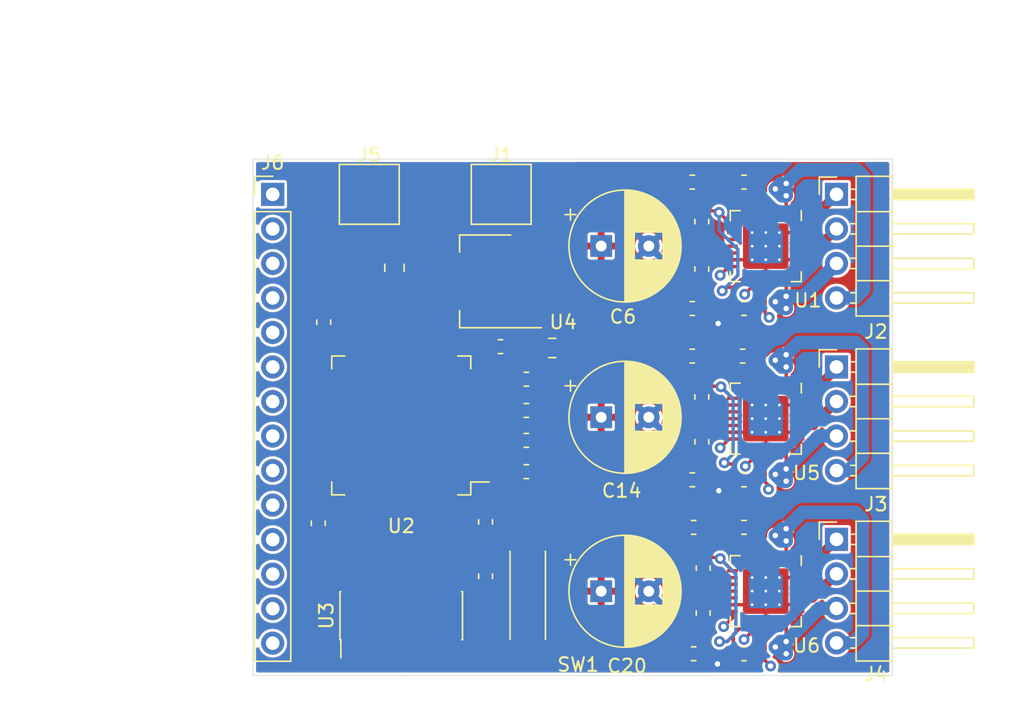
<source format=kicad_pcb>
(kicad_pcb (version 20171130) (host pcbnew "(5.1.5)-3")
  (layers (0 F.Cu signal) (31 B.Cu signal) (34 B.Paste user) (35 F.Paste user) (36 B.SilkS user) (37 F.SilkS user) (38 B.Mask user) (39 F.Mask user) (44 Edge.Cuts user))
  (net 0 "")
  (net 1 GND)
  (net 2 "Net-(C1-Pad1)")
  (net 3 "Net-(C2-Pad2)")
  (net 4 "Net-(C2-Pad1)")
  (net 5 VCC)
  (net 6 "Net-(C3-Pad1)")
  (net 7 "Net-(C8-Pad1)")
  (net 8 "Net-(C9-Pad2)")
  (net 9 "Net-(C9-Pad1)")
  (net 10 +3V3)
  (net 11 "Net-(C11-Pad1)")
  (net 12 "Net-(C15-Pad1)")
  (net 13 "Net-(C16-Pad2)")
  (net 14 "Net-(C16-Pad1)")
  (net 15 "Net-(C17-Pad1)")
  (net 16 NRST)
  (net 17 "Net-(J2-Pad4)")
  (net 18 "Net-(J2-Pad3)")
  (net 19 "Net-(J2-Pad2)")
  (net 20 "Net-(J2-Pad1)")
  (net 21 "Net-(J3-Pad4)")
  (net 22 "Net-(J3-Pad3)")
  (net 23 "Net-(J3-Pad2)")
  (net 24 "Net-(J3-Pad1)")
  (net 25 "Net-(J4-Pad4)")
  (net 26 "Net-(J4-Pad3)")
  (net 27 "Net-(J4-Pad2)")
  (net 28 "Net-(J4-Pad1)")
  (net 29 PB9)
  (net 30 PB8)
  (net 31 PA11)
  (net 32 PA10)
  (net 33 PA9)
  (net 34 PA8)
  (net 35 PA7)
  (net 36 PA6)
  (net 37 PA5)
  (net 38 PA4)
  (net 39 PA3)
  (net 40 PA2)
  (net 41 PA1)
  (net 42 PA0)
  (net 43 "Net-(R1-Pad1)")
  (net 44 "Net-(R2-Pad1)")
  (net 45 "Net-(R3-Pad1)")
  (net 46 "Net-(U1-Pad25)")
  (net 47 "Net-(U1-Pad20)")
  (net 48 M1_DIR)
  (net 49 M1_STEP)
  (net 50 Mx_UART)
  (net 51 "Net-(U1-Pad12)")
  (net 52 "Net-(U1-Pad11)")
  (net 53 "Net-(U1-Pad10)")
  (net 54 "Net-(U1-Pad9)")
  (net 55 "Net-(U1-Pad7)")
  (net 56 "Net-(U1-Pad2)")
  (net 57 T_VCP_RX)
  (net 58 T_VCP_TX)
  (net 59 M3_DIR)
  (net 60 M3_STEP)
  (net 61 M2_DIR)
  (net 62 "Net-(U2-Pad54)")
  (net 63 "Net-(U2-Pad53)")
  (net 64 "Net-(U2-Pad52)")
  (net 65 "Net-(U2-Pad51)")
  (net 66 "Net-(U2-Pad50)")
  (net 67 SWCLK)
  (net 68 SWDIO)
  (net 69 "Net-(U2-Pad45)")
  (net 70 "Net-(U2-Pad40)")
  (net 71 "Net-(U2-Pad39)")
  (net 72 "Net-(U2-Pad38)")
  (net 73 "Net-(U2-Pad37)")
  (net 74 "Net-(U2-Pad36)")
  (net 75 "Net-(U2-Pad35)")
  (net 76 "Net-(U2-Pad34)")
  (net 77 "Net-(U2-Pad33)")
  (net 78 "Net-(U2-Pad30)")
  (net 79 M2_STEP)
  (net 80 "Net-(U2-Pad25)")
  (net 81 "Net-(U2-Pad24)")
  (net 82 "Net-(U2-Pad11)")
  (net 83 "Net-(U2-Pad10)")
  (net 84 "Net-(U2-Pad9)")
  (net 85 "Net-(U2-Pad8)")
  (net 86 "Net-(U2-Pad6)")
  (net 87 "Net-(U2-Pad5)")
  (net 88 "Net-(U2-Pad4)")
  (net 89 "Net-(U2-Pad3)")
  (net 90 "Net-(U2-Pad2)")
  (net 91 "Net-(U2-Pad1)")
  (net 92 "Net-(U3-Pad10)")
  (net 93 "Net-(U3-Pad9)")
  (net 94 "Net-(U3-Pad8)")
  (net 95 "Net-(U3-Pad2)")
  (net 96 "Net-(U3-Pad1)")
  (net 97 "Net-(U5-Pad25)")
  (net 98 "Net-(U5-Pad20)")
  (net 99 "Net-(U5-Pad12)")
  (net 100 "Net-(U5-Pad11)")
  (net 101 "Net-(U5-Pad10)")
  (net 102 "Net-(U5-Pad9)")
  (net 103 "Net-(U5-Pad7)")
  (net 104 "Net-(U5-Pad2)")
  (net 105 "Net-(U6-Pad25)")
  (net 106 "Net-(U6-Pad20)")
  (net 107 "Net-(U6-Pad12)")
  (net 108 "Net-(U6-Pad11)")
  (net 109 "Net-(U6-Pad10)")
  (net 110 "Net-(U6-Pad9)")
  (net 111 "Net-(U6-Pad7)")
  (net 112 "Net-(U6-Pad2)")
  (module Capacitor_THT:CP_Radial_D8.0mm_P3.50mm (layer F.Cu) (at 94.4 129)
    (fp_text reference C20 (at 1.9 5.5) (layer F.SilkS))
    (fp_text value "100 uF")
    (pad 2 thru_hole circle (at 3.5 0) (size 1.6 1.6) (drill 0.8) (layers *.Cu *.Mask) (net 1 GND))
    (pad 1 thru_hole rect (at 0 0) (size 1.6 1.6) (drill 0.8) (layers *.Cu *.Mask) (net 5 VCC))
  )
  (module Package_DFN_QFN:QFN-28-1EP_5x5mm_P0.5mm_EP3.35x3.35mm_ThermalVias (layer F.Cu) (at 106.5 128.99 270)
    (fp_text reference U6 (at 4.01 -3 180) (layer F.SilkS))
    (fp_text value TMC2208)
    (pad 28 smd roundrect (at -1.5 -2.45 270) (size 0.25 0.8) (layers F.Cu F.Paste F.Mask) (net 5 VCC))
    (pad 27 smd roundrect (at -1 -2.45 270) (size 0.25 0.8) (layers F.Cu F.Paste F.Mask) (net 1 GND))
    (pad 26 smd roundrect (at -0.5 -2.45 270) (size 0.25 0.8) (layers F.Cu F.Paste F.Mask) (net 28 "Net-(J4-Pad1)"))
    (pad 25 smd roundrect (at 0 -2.45 270) (size 0.25 0.8) (layers F.Cu F.Paste F.Mask) (net 105 "Net-(U6-Pad25)"))
    (pad 24 smd roundrect (at 0.5 -2.45 270) (size 0.25 0.8) (layers F.Cu F.Paste F.Mask) (net 27 "Net-(J4-Pad2)"))
    (pad 23 smd roundrect (at 1 -2.45 270) (size 0.25 0.8) (layers F.Cu F.Paste F.Mask) (net 1 GND))
    (pad 22 smd roundrect (at 1.5 -2.45 270) (size 0.25 0.8) (layers F.Cu F.Paste F.Mask) (net 5 VCC))
    (pad 21 smd roundrect (at 2.45 -1.5 270) (size 0.8 0.25) (layers F.Cu F.Paste F.Mask) (net 26 "Net-(J4-Pad3)"))
    (pad 20 smd roundrect (at 2.45 -1 270) (size 0.8 0.25) (layers F.Cu F.Paste F.Mask) (net 106 "Net-(U6-Pad20)"))
    (pad 19 smd roundrect (at 2.45 -0.5 270) (size 0.8 0.25) (layers F.Cu F.Paste F.Mask) (net 59 M3_DIR))
    (pad 18 smd roundrect (at 2.45 0 270) (size 0.8 0.25) (layers F.Cu F.Paste F.Mask) (net 1 GND))
    (pad 17 smd roundrect (at 2.45 0.5 270) (size 0.8 0.25) (layers F.Cu F.Paste F.Mask) (net 45 "Net-(R3-Pad1)"))
    (pad 16 smd roundrect (at 2.45 1 270) (size 0.8 0.25) (layers F.Cu F.Paste F.Mask) (net 60 M3_STEP))
    (pad 15 smd roundrect (at 2.45 1.5 270) (size 0.8 0.25) (layers F.Cu F.Paste F.Mask) (net 12 "Net-(C15-Pad1)"))
    (pad 14 smd roundrect (at 1.5 2.45 270) (size 0.25 0.8) (layers F.Cu F.Paste F.Mask) (net 50 Mx_UART))
    (pad 13 smd roundrect (at 1 2.45 270) (size 0.25 0.8) (layers F.Cu F.Paste F.Mask) (net 1 GND))
    (pad 12 smd roundrect (at 0.5 2.45 270) (size 0.25 0.8) (layers F.Cu F.Paste F.Mask) (net 107 "Net-(U6-Pad12)"))
    (pad 11 smd roundrect (at 0 2.45 270) (size 0.25 0.8) (layers F.Cu F.Paste F.Mask) (net 108 "Net-(U6-Pad11)"))
    (pad 10 smd roundrect (at -0.5 2.45 270) (size 0.25 0.8) (layers F.Cu F.Paste F.Mask) (net 109 "Net-(U6-Pad10)"))
    (pad 9 smd roundrect (at -1 2.45 270) (size 0.25 0.8) (layers F.Cu F.Paste F.Mask) (net 110 "Net-(U6-Pad9)"))
    (pad 8 smd roundrect (at -1.5 2.45 270) (size 0.25 0.8) (layers F.Cu F.Paste F.Mask) (net 12 "Net-(C15-Pad1)"))
    (pad 7 smd roundrect (at -2.45 1.5 270) (size 0.8 0.25) (layers F.Cu F.Paste F.Mask) (net 111 "Net-(U6-Pad7)"))
    (pad 6 smd roundrect (at -2.45 1 270) (size 0.8 0.25) (layers F.Cu F.Paste F.Mask) (net 15 "Net-(C17-Pad1)"))
    (pad 5 smd roundrect (at -2.45 0.5 270) (size 0.8 0.25) (layers F.Cu F.Paste F.Mask) (net 13 "Net-(C16-Pad2)"))
    (pad 4 smd roundrect (at -2.45 0 270) (size 0.8 0.25) (layers F.Cu F.Paste F.Mask) (net 14 "Net-(C16-Pad1)"))
    (pad 3 smd roundrect (at -2.45 -0.5 270) (size 0.8 0.25) (layers F.Cu F.Paste F.Mask) (net 1 GND))
    (pad 2 smd roundrect (at -2.45 -1 270) (size 0.8 0.25) (layers F.Cu F.Paste F.Mask) (net 112 "Net-(U6-Pad2)"))
    (pad 1 smd roundrect (at -2.45 -1.5 270) (size 0.8 0.25) (layers F.Cu F.Paste F.Mask) (net 25 "Net-(J4-Pad4)"))
    (pad 29 smd roundrect (at 0 0 270) (size 2.5 2.5) (layers B.Cu) (roundrect_rratio 0.1) (net 1 GND))
    (pad 29 thru_hole circle (at 1 1 270) (size 0.5 0.5) (drill 0.2) (layers *.Cu) (net 1 GND))
    (pad 29 thru_hole circle (at 0 1 270) (size 0.5 0.5) (drill 0.2) (layers *.Cu) (net 1 GND))
    (pad 29 thru_hole circle (at -1 1 270) (size 0.5 0.5) (drill 0.2) (layers *.Cu) (net 1 GND))
    (pad 29 thru_hole circle (at 1 0 270) (size 0.5 0.5) (drill 0.2) (layers *.Cu) (net 1 GND))
    (pad 29 thru_hole circle (at 0 0 270) (size 0.5 0.5) (drill 0.2) (layers *.Cu) (net 1 GND))
    (pad 29 thru_hole circle (at -1 0 270) (size 0.5 0.5) (drill 0.2) (layers *.Cu) (net 1 GND))
    (pad 29 thru_hole circle (at 1 -1 270) (size 0.5 0.5) (drill 0.2) (layers *.Cu) (net 1 GND))
    (pad 29 thru_hole circle (at 0 -1 270) (size 0.5 0.5) (drill 0.2) (layers *.Cu) (net 1 GND))
    (pad 29 thru_hole circle (at -1 -1 270) (size 0.5 0.5) (drill 0.2) (layers *.Cu) (net 1 GND))
    (pad 29 smd roundrect (at 0 0 270) (size 3.35 3.35) (layers F.Cu F.Mask) (roundrect_rratio 0.074627) (net 1 GND))
  )
  (module Package_DFN_QFN:QFN-28-1EP_5x5mm_P0.5mm_EP3.35x3.35mm_ThermalVias (layer F.Cu) (at 106.5 116.3 270)
    (fp_text reference U5 (at 4 -3 180) (layer F.SilkS))
    (fp_text value TMC2208)
    (pad 28 smd roundrect (at -1.5 -2.45 270) (size 0.25 0.8) (layers F.Cu F.Paste F.Mask) (net 5 VCC))
    (pad 27 smd roundrect (at -1 -2.45 270) (size 0.25 0.8) (layers F.Cu F.Paste F.Mask) (net 1 GND))
    (pad 26 smd roundrect (at -0.5 -2.45 270) (size 0.25 0.8) (layers F.Cu F.Paste F.Mask) (net 24 "Net-(J3-Pad1)"))
    (pad 25 smd roundrect (at 0 -2.45 270) (size 0.25 0.8) (layers F.Cu F.Paste F.Mask) (net 97 "Net-(U5-Pad25)"))
    (pad 24 smd roundrect (at 0.5 -2.45 270) (size 0.25 0.8) (layers F.Cu F.Paste F.Mask) (net 23 "Net-(J3-Pad2)"))
    (pad 23 smd roundrect (at 1 -2.45 270) (size 0.25 0.8) (layers F.Cu F.Paste F.Mask) (net 1 GND))
    (pad 22 smd roundrect (at 1.5 -2.45 270) (size 0.25 0.8) (layers F.Cu F.Paste F.Mask) (net 5 VCC))
    (pad 21 smd roundrect (at 2.45 -1.5 270) (size 0.8 0.25) (layers F.Cu F.Paste F.Mask) (net 22 "Net-(J3-Pad3)"))
    (pad 20 smd roundrect (at 2.45 -1 270) (size 0.8 0.25) (layers F.Cu F.Paste F.Mask) (net 98 "Net-(U5-Pad20)"))
    (pad 19 smd roundrect (at 2.45 -0.5 270) (size 0.8 0.25) (layers F.Cu F.Paste F.Mask) (net 61 M2_DIR))
    (pad 18 smd roundrect (at 2.45 0 270) (size 0.8 0.25) (layers F.Cu F.Paste F.Mask) (net 1 GND))
    (pad 17 smd roundrect (at 2.45 0.5 270) (size 0.8 0.25) (layers F.Cu F.Paste F.Mask) (net 44 "Net-(R2-Pad1)"))
    (pad 16 smd roundrect (at 2.45 1 270) (size 0.8 0.25) (layers F.Cu F.Paste F.Mask) (net 79 M2_STEP))
    (pad 15 smd roundrect (at 2.45 1.5 270) (size 0.8 0.25) (layers F.Cu F.Paste F.Mask) (net 7 "Net-(C8-Pad1)"))
    (pad 14 smd roundrect (at 1.5 2.45 270) (size 0.25 0.8) (layers F.Cu F.Paste F.Mask) (net 50 Mx_UART))
    (pad 13 smd roundrect (at 1 2.45 270) (size 0.25 0.8) (layers F.Cu F.Paste F.Mask) (net 1 GND))
    (pad 12 smd roundrect (at 0.5 2.45 270) (size 0.25 0.8) (layers F.Cu F.Paste F.Mask) (net 99 "Net-(U5-Pad12)"))
    (pad 11 smd roundrect (at 0 2.45 270) (size 0.25 0.8) (layers F.Cu F.Paste F.Mask) (net 100 "Net-(U5-Pad11)"))
    (pad 10 smd roundrect (at -0.5 2.45 270) (size 0.25 0.8) (layers F.Cu F.Paste F.Mask) (net 101 "Net-(U5-Pad10)"))
    (pad 9 smd roundrect (at -1 2.45 270) (size 0.25 0.8) (layers F.Cu F.Paste F.Mask) (net 102 "Net-(U5-Pad9)"))
    (pad 8 smd roundrect (at -1.5 2.45 270) (size 0.25 0.8) (layers F.Cu F.Paste F.Mask) (net 7 "Net-(C8-Pad1)"))
    (pad 7 smd roundrect (at -2.45 1.5 270) (size 0.8 0.25) (layers F.Cu F.Paste F.Mask) (net 103 "Net-(U5-Pad7)"))
    (pad 6 smd roundrect (at -2.45 1 270) (size 0.8 0.25) (layers F.Cu F.Paste F.Mask) (net 11 "Net-(C11-Pad1)"))
    (pad 5 smd roundrect (at -2.45 0.5 270) (size 0.8 0.25) (layers F.Cu F.Paste F.Mask) (net 8 "Net-(C9-Pad2)"))
    (pad 4 smd roundrect (at -2.45 0 270) (size 0.8 0.25) (layers F.Cu F.Paste F.Mask) (net 9 "Net-(C9-Pad1)"))
    (pad 3 smd roundrect (at -2.45 -0.5 270) (size 0.8 0.25) (layers F.Cu F.Paste F.Mask) (net 1 GND))
    (pad 2 smd roundrect (at -2.45 -1 270) (size 0.8 0.25) (layers F.Cu F.Paste F.Mask) (net 104 "Net-(U5-Pad2)"))
    (pad 1 smd roundrect (at -2.45 -1.5 270) (size 0.8 0.25) (layers F.Cu F.Paste F.Mask) (net 21 "Net-(J3-Pad4)"))
    (pad 29 smd roundrect (at 0 0 270) (size 2.5 2.5) (layers B.Cu) (roundrect_rratio 0.1) (net 1 GND))
    (pad 29 thru_hole circle (at 1 1 270) (size 0.5 0.5) (drill 0.2) (layers *.Cu) (net 1 GND))
    (pad 29 thru_hole circle (at 0 1 270) (size 0.5 0.5) (drill 0.2) (layers *.Cu) (net 1 GND))
    (pad 29 thru_hole circle (at -1 1 270) (size 0.5 0.5) (drill 0.2) (layers *.Cu) (net 1 GND))
    (pad 29 thru_hole circle (at 1 0 270) (size 0.5 0.5) (drill 0.2) (layers *.Cu) (net 1 GND))
    (pad 29 thru_hole circle (at 0 0 270) (size 0.5 0.5) (drill 0.2) (layers *.Cu) (net 1 GND))
    (pad 29 thru_hole circle (at -1 0 270) (size 0.5 0.5) (drill 0.2) (layers *.Cu) (net 1 GND))
    (pad 29 thru_hole circle (at 1 -1 270) (size 0.5 0.5) (drill 0.2) (layers *.Cu) (net 1 GND))
    (pad 29 thru_hole circle (at 0 -1 270) (size 0.5 0.5) (drill 0.2) (layers *.Cu) (net 1 GND))
    (pad 29 thru_hole circle (at -1 -1 270) (size 0.5 0.5) (drill 0.2) (layers *.Cu) (net 1 GND))
    (pad 29 smd roundrect (at 0 0 270) (size 3.35 3.35) (layers F.Cu F.Mask) (roundrect_rratio 0.074627) (net 1 GND))
  )
  (module Package_TO_SOT_SMD:SOT-223-3_TabPin2 (layer F.Cu) (at 85.9 106.2 180)
    (fp_text reference U4 (at -5.7 -3) (layer F.SilkS))
    (fp_text value AMS1117-3.3)
    (pad 1 smd rect (at -3.15 -2.3 180) (size 2 1.5) (layers F.Cu F.Paste F.Mask) (net 1 GND))
    (pad 3 smd rect (at -3.15 2.3 180) (size 2 1.5) (layers F.Cu F.Paste F.Mask) (net 5 VCC))
    (pad 2 smd rect (at -3.15 0 180) (size 2 1.5) (layers F.Cu F.Paste F.Mask) (net 10 +3V3))
    (pad 2 smd rect (at 3.15 0 180) (size 2 3.8) (layers F.Cu F.Paste F.Mask) (net 10 +3V3))
  )
  (module Connector_PinHeader_1.27mm:PinHeader_2x07_P1.27mm_Vertical_SMD (layer F.Cu) (at 79.7 130.8 90)
    (fp_text reference U3 (at 0 -5.505 90) (layer F.SilkS))
    (fp_text value STLINK-V3MINI)
    (pad 14 smd rect (at 1.95 3.81 90) (size 2.4 0.74) (layers F.Cu F.Paste F.Mask) (net 58 T_VCP_TX))
    (pad 13 smd rect (at -1.95 3.81 90) (size 2.4 0.74) (layers F.Cu F.Paste F.Mask) (net 57 T_VCP_RX))
    (pad 12 smd rect (at 1.95 2.54 90) (size 2.4 0.74) (layers F.Cu F.Paste F.Mask) (net 16 NRST))
    (pad 11 smd rect (at -1.95 2.54 90) (size 2.4 0.74) (layers F.Cu F.Paste F.Mask) (net 1 GND))
    (pad 10 smd rect (at 1.95 1.27 90) (size 2.4 0.74) (layers F.Cu F.Paste F.Mask) (net 92 "Net-(U3-Pad10)"))
    (pad 9 smd rect (at -1.95 1.27 90) (size 2.4 0.74) (layers F.Cu F.Paste F.Mask) (net 93 "Net-(U3-Pad9)"))
    (pad 8 smd rect (at 1.95 0 90) (size 2.4 0.74) (layers F.Cu F.Paste F.Mask) (net 94 "Net-(U3-Pad8)"))
    (pad 7 smd rect (at -1.95 0 90) (size 2.4 0.74) (layers F.Cu F.Paste F.Mask) (net 1 GND))
    (pad 6 smd rect (at 1.95 -1.27 90) (size 2.4 0.74) (layers F.Cu F.Paste F.Mask) (net 67 SWCLK))
    (pad 5 smd rect (at -1.95 -1.27 90) (size 2.4 0.74) (layers F.Cu F.Paste F.Mask) (net 1 GND))
    (pad 4 smd rect (at 1.95 -2.54 90) (size 2.4 0.74) (layers F.Cu F.Paste F.Mask) (net 68 SWDIO))
    (pad 3 smd rect (at -1.95 -2.54 90) (size 2.4 0.74) (layers F.Cu F.Paste F.Mask) (net 10 +3V3))
    (pad 2 smd rect (at 1.95 -3.81 90) (size 2.4 0.74) (layers F.Cu F.Paste F.Mask) (net 95 "Net-(U3-Pad2)"))
    (pad 1 smd rect (at -1.95 -3.81 90) (size 2.4 0.74) (layers F.Cu F.Paste F.Mask) (net 96 "Net-(U3-Pad1)"))
  )
  (module Package_QFP:LQFP-64_10x10mm_P0.5mm (layer F.Cu) (at 79.7 116.8 180)
    (fp_text reference U2 (at 0 -7.4) (layer F.SilkS))
    (fp_text value STM32L151RCTx)
    (pad 64 smd roundrect (at -3.75 -5.675 180) (size 0.3 1.55) (layers F.Cu F.Paste F.Mask) (net 10 +3V3))
    (pad 63 smd roundrect (at -3.25 -5.675 180) (size 0.3 1.55) (layers F.Cu F.Paste F.Mask) (net 1 GND))
    (pad 62 smd roundrect (at -2.75 -5.675 180) (size 0.3 1.55) (layers F.Cu F.Paste F.Mask) (net 29 PB9))
    (pad 61 smd roundrect (at -2.25 -5.675 180) (size 0.3 1.55) (layers F.Cu F.Paste F.Mask) (net 30 PB8))
    (pad 60 smd roundrect (at -1.75 -5.675 180) (size 0.3 1.55) (layers F.Cu F.Paste F.Mask) (net 1 GND))
    (pad 59 smd roundrect (at -1.25 -5.675 180) (size 0.3 1.55) (layers F.Cu F.Paste F.Mask) (net 57 T_VCP_RX))
    (pad 58 smd roundrect (at -0.75 -5.675 180) (size 0.3 1.55) (layers F.Cu F.Paste F.Mask) (net 58 T_VCP_TX))
    (pad 57 smd roundrect (at -0.25 -5.675 180) (size 0.3 1.55) (layers F.Cu F.Paste F.Mask) (net 59 M3_DIR))
    (pad 56 smd roundrect (at 0.25 -5.675 180) (size 0.3 1.55) (layers F.Cu F.Paste F.Mask) (net 60 M3_STEP))
    (pad 55 smd roundrect (at 0.75 -5.675 180) (size 0.3 1.55) (layers F.Cu F.Paste F.Mask) (net 61 M2_DIR))
    (pad 54 smd roundrect (at 1.25 -5.675 180) (size 0.3 1.55) (layers F.Cu F.Paste F.Mask) (net 62 "Net-(U2-Pad54)"))
    (pad 53 smd roundrect (at 1.75 -5.675 180) (size 0.3 1.55) (layers F.Cu F.Paste F.Mask) (net 63 "Net-(U2-Pad53)"))
    (pad 52 smd roundrect (at 2.25 -5.675 180) (size 0.3 1.55) (layers F.Cu F.Paste F.Mask) (net 64 "Net-(U2-Pad52)"))
    (pad 51 smd roundrect (at 2.75 -5.675 180) (size 0.3 1.55) (layers F.Cu F.Paste F.Mask) (net 65 "Net-(U2-Pad51)"))
    (pad 50 smd roundrect (at 3.25 -5.675 180) (size 0.3 1.55) (layers F.Cu F.Paste F.Mask) (net 66 "Net-(U2-Pad50)"))
    (pad 49 smd roundrect (at 3.75 -5.675 180) (size 0.3 1.55) (layers F.Cu F.Paste F.Mask) (net 67 SWCLK))
    (pad 48 smd roundrect (at 5.675 -3.75 180) (size 1.55 0.3) (layers F.Cu F.Paste F.Mask) (net 10 +3V3))
    (pad 47 smd roundrect (at 5.675 -3.25 180) (size 1.55 0.3) (layers F.Cu F.Paste F.Mask) (net 1 GND))
    (pad 46 smd roundrect (at 5.675 -2.75 180) (size 1.55 0.3) (layers F.Cu F.Paste F.Mask) (net 68 SWDIO))
    (pad 45 smd roundrect (at 5.675 -2.25 180) (size 1.55 0.3) (layers F.Cu F.Paste F.Mask) (net 69 "Net-(U2-Pad45)"))
    (pad 44 smd roundrect (at 5.675 -1.75 180) (size 1.55 0.3) (layers F.Cu F.Paste F.Mask) (net 31 PA11))
    (pad 43 smd roundrect (at 5.675 -1.25 180) (size 1.55 0.3) (layers F.Cu F.Paste F.Mask) (net 32 PA10))
    (pad 42 smd roundrect (at 5.675 -0.75 180) (size 1.55 0.3) (layers F.Cu F.Paste F.Mask) (net 33 PA9))
    (pad 41 smd roundrect (at 5.675 -0.25 180) (size 1.55 0.3) (layers F.Cu F.Paste F.Mask) (net 34 PA8))
    (pad 40 smd roundrect (at 5.675 0.25 180) (size 1.55 0.3) (layers F.Cu F.Paste F.Mask) (net 70 "Net-(U2-Pad40)"))
    (pad 39 smd roundrect (at 5.675 0.75 180) (size 1.55 0.3) (layers F.Cu F.Paste F.Mask) (net 71 "Net-(U2-Pad39)"))
    (pad 38 smd roundrect (at 5.675 1.25 180) (size 1.55 0.3) (layers F.Cu F.Paste F.Mask) (net 72 "Net-(U2-Pad38)"))
    (pad 37 smd roundrect (at 5.675 1.75 180) (size 1.55 0.3) (layers F.Cu F.Paste F.Mask) (net 73 "Net-(U2-Pad37)"))
    (pad 36 smd roundrect (at 5.675 2.25 180) (size 1.55 0.3) (layers F.Cu F.Paste F.Mask) (net 74 "Net-(U2-Pad36)"))
    (pad 35 smd roundrect (at 5.675 2.75 180) (size 1.55 0.3) (layers F.Cu F.Paste F.Mask) (net 75 "Net-(U2-Pad35)"))
    (pad 34 smd roundrect (at 5.675 3.25 180) (size 1.55 0.3) (layers F.Cu F.Paste F.Mask) (net 76 "Net-(U2-Pad34)"))
    (pad 33 smd roundrect (at 5.675 3.75 180) (size 1.55 0.3) (layers F.Cu F.Paste F.Mask) (net 77 "Net-(U2-Pad33)"))
    (pad 32 smd roundrect (at 3.75 5.675 180) (size 0.3 1.55) (layers F.Cu F.Paste F.Mask) (net 10 +3V3))
    (pad 31 smd roundrect (at 3.25 5.675 180) (size 0.3 1.55) (layers F.Cu F.Paste F.Mask) (net 1 GND))
    (pad 30 smd roundrect (at 2.75 5.675 180) (size 0.3 1.55) (layers F.Cu F.Paste F.Mask) (net 78 "Net-(U2-Pad30)"))
    (pad 29 smd roundrect (at 2.25 5.675 180) (size 0.3 1.55) (layers F.Cu F.Paste F.Mask) (net 50 Mx_UART))
    (pad 28 smd roundrect (at 1.75 5.675 180) (size 0.3 1.55) (layers F.Cu F.Paste F.Mask) (net 79 M2_STEP))
    (pad 27 smd roundrect (at 1.25 5.675 180) (size 0.3 1.55) (layers F.Cu F.Paste F.Mask) (net 48 M1_DIR))
    (pad 26 smd roundrect (at 0.75 5.675 180) (size 0.3 1.55) (layers F.Cu F.Paste F.Mask) (net 49 M1_STEP))
    (pad 25 smd roundrect (at 0.25 5.675 180) (size 0.3 1.55) (layers F.Cu F.Paste F.Mask) (net 80 "Net-(U2-Pad25)"))
    (pad 24 smd roundrect (at -0.25 5.675 180) (size 0.3 1.55) (layers F.Cu F.Paste F.Mask) (net 81 "Net-(U2-Pad24)"))
    (pad 23 smd roundrect (at -0.75 5.675 180) (size 0.3 1.55) (layers F.Cu F.Paste F.Mask) (net 35 PA7))
    (pad 22 smd roundrect (at -1.25 5.675 180) (size 0.3 1.55) (layers F.Cu F.Paste F.Mask) (net 36 PA6))
    (pad 21 smd roundrect (at -1.75 5.675 180) (size 0.3 1.55) (layers F.Cu F.Paste F.Mask) (net 37 PA5))
    (pad 20 smd roundrect (at -2.25 5.675 180) (size 0.3 1.55) (layers F.Cu F.Paste F.Mask) (net 38 PA4))
    (pad 19 smd roundrect (at -2.75 5.675 180) (size 0.3 1.55) (layers F.Cu F.Paste F.Mask) (net 10 +3V3))
    (pad 18 smd roundrect (at -3.25 5.675 180) (size 0.3 1.55) (layers F.Cu F.Paste F.Mask) (net 1 GND))
    (pad 17 smd roundrect (at -3.75 5.675 180) (size 0.3 1.55) (layers F.Cu F.Paste F.Mask) (net 39 PA3))
    (pad 16 smd roundrect (at -5.675 3.75 180) (size 1.55 0.3) (layers F.Cu F.Paste F.Mask) (net 40 PA2))
    (pad 15 smd roundrect (at -5.675 3.25 180) (size 1.55 0.3) (layers F.Cu F.Paste F.Mask) (net 41 PA1))
    (pad 14 smd roundrect (at -5.675 2.75 180) (size 1.55 0.3) (layers F.Cu F.Paste F.Mask) (net 42 PA0))
    (pad 13 smd roundrect (at -5.675 2.25 180) (size 1.55 0.3) (layers F.Cu F.Paste F.Mask) (net 10 +3V3))
    (pad 12 smd roundrect (at -5.675 1.75 180) (size 1.55 0.3) (layers F.Cu F.Paste F.Mask) (net 1 GND))
    (pad 11 smd roundrect (at -5.675 1.25 180) (size 1.55 0.3) (layers F.Cu F.Paste F.Mask) (net 82 "Net-(U2-Pad11)"))
    (pad 10 smd roundrect (at -5.675 0.75 180) (size 1.55 0.3) (layers F.Cu F.Paste F.Mask) (net 83 "Net-(U2-Pad10)"))
    (pad 9 smd roundrect (at -5.675 0.25 180) (size 1.55 0.3) (layers F.Cu F.Paste F.Mask) (net 84 "Net-(U2-Pad9)"))
    (pad 8 smd roundrect (at -5.675 -0.25 180) (size 1.55 0.3) (layers F.Cu F.Paste F.Mask) (net 85 "Net-(U2-Pad8)"))
    (pad 7 smd roundrect (at -5.675 -0.75 180) (size 1.55 0.3) (layers F.Cu F.Paste F.Mask) (net 16 NRST))
    (pad 6 smd roundrect (at -5.675 -1.25 180) (size 1.55 0.3) (layers F.Cu F.Paste F.Mask) (net 86 "Net-(U2-Pad6)"))
    (pad 5 smd roundrect (at -5.675 -1.75 180) (size 1.55 0.3) (layers F.Cu F.Paste F.Mask) (net 87 "Net-(U2-Pad5)"))
    (pad 4 smd roundrect (at -5.675 -2.25 180) (size 1.55 0.3) (layers F.Cu F.Paste F.Mask) (net 88 "Net-(U2-Pad4)"))
    (pad 3 smd roundrect (at -5.675 -2.75 180) (size 1.55 0.3) (layers F.Cu F.Paste F.Mask) (net 89 "Net-(U2-Pad3)"))
    (pad 2 smd roundrect (at -5.675 -3.25 180) (size 1.55 0.3) (layers F.Cu F.Paste F.Mask) (net 90 "Net-(U2-Pad2)"))
    (pad 1 smd roundrect (at -5.675 -3.75 180) (size 1.55 0.3) (layers F.Cu F.Paste F.Mask) (net 91 "Net-(U2-Pad1)"))
  )
  (module Package_DFN_QFN:QFN-28-1EP_5x5mm_P0.5mm_EP3.35x3.35mm_ThermalVias (layer F.Cu) (at 106.5 103.61 270)
    (fp_text reference U1 (at 3.99 -3.1 180) (layer F.SilkS))
    (fp_text value TMC2208)
    (pad 28 smd roundrect (at -1.5 -2.45 270) (size 0.25 0.8) (layers F.Cu F.Paste F.Mask) (net 5 VCC))
    (pad 27 smd roundrect (at -1 -2.45 270) (size 0.25 0.8) (layers F.Cu F.Paste F.Mask) (net 1 GND))
    (pad 26 smd roundrect (at -0.5 -2.45 270) (size 0.25 0.8) (layers F.Cu F.Paste F.Mask) (net 20 "Net-(J2-Pad1)"))
    (pad 25 smd roundrect (at 0 -2.45 270) (size 0.25 0.8) (layers F.Cu F.Paste F.Mask) (net 46 "Net-(U1-Pad25)"))
    (pad 24 smd roundrect (at 0.5 -2.45 270) (size 0.25 0.8) (layers F.Cu F.Paste F.Mask) (net 19 "Net-(J2-Pad2)"))
    (pad 23 smd roundrect (at 1 -2.45 270) (size 0.25 0.8) (layers F.Cu F.Paste F.Mask) (net 1 GND))
    (pad 22 smd roundrect (at 1.5 -2.45 270) (size 0.25 0.8) (layers F.Cu F.Paste F.Mask) (net 5 VCC))
    (pad 21 smd roundrect (at 2.45 -1.5 270) (size 0.8 0.25) (layers F.Cu F.Paste F.Mask) (net 18 "Net-(J2-Pad3)"))
    (pad 20 smd roundrect (at 2.45 -1 270) (size 0.8 0.25) (layers F.Cu F.Paste F.Mask) (net 47 "Net-(U1-Pad20)"))
    (pad 19 smd roundrect (at 2.45 -0.5 270) (size 0.8 0.25) (layers F.Cu F.Paste F.Mask) (net 48 M1_DIR))
    (pad 18 smd roundrect (at 2.45 0 270) (size 0.8 0.25) (layers F.Cu F.Paste F.Mask) (net 1 GND))
    (pad 17 smd roundrect (at 2.45 0.5 270) (size 0.8 0.25) (layers F.Cu F.Paste F.Mask) (net 43 "Net-(R1-Pad1)"))
    (pad 16 smd roundrect (at 2.45 1 270) (size 0.8 0.25) (layers F.Cu F.Paste F.Mask) (net 49 M1_STEP))
    (pad 15 smd roundrect (at 2.45 1.5 270) (size 0.8 0.25) (layers F.Cu F.Paste F.Mask) (net 2 "Net-(C1-Pad1)"))
    (pad 14 smd roundrect (at 1.5 2.45 270) (size 0.25 0.8) (layers F.Cu F.Paste F.Mask) (net 50 Mx_UART))
    (pad 13 smd roundrect (at 1 2.45 270) (size 0.25 0.8) (layers F.Cu F.Paste F.Mask) (net 1 GND))
    (pad 12 smd roundrect (at 0.5 2.45 270) (size 0.25 0.8) (layers F.Cu F.Paste F.Mask) (net 51 "Net-(U1-Pad12)"))
    (pad 11 smd roundrect (at 0 2.45 270) (size 0.25 0.8) (layers F.Cu F.Paste F.Mask) (net 52 "Net-(U1-Pad11)"))
    (pad 10 smd roundrect (at -0.5 2.45 270) (size 0.25 0.8) (layers F.Cu F.Paste F.Mask) (net 53 "Net-(U1-Pad10)"))
    (pad 9 smd roundrect (at -1 2.45 270) (size 0.25 0.8) (layers F.Cu F.Paste F.Mask) (net 54 "Net-(U1-Pad9)"))
    (pad 8 smd roundrect (at -1.5 2.45 270) (size 0.25 0.8) (layers F.Cu F.Paste F.Mask) (net 2 "Net-(C1-Pad1)"))
    (pad 7 smd roundrect (at -2.45 1.5 270) (size 0.8 0.25) (layers F.Cu F.Paste F.Mask) (net 55 "Net-(U1-Pad7)"))
    (pad 6 smd roundrect (at -2.45 1 270) (size 0.8 0.25) (layers F.Cu F.Paste F.Mask) (net 6 "Net-(C3-Pad1)"))
    (pad 5 smd roundrect (at -2.45 0.5 270) (size 0.8 0.25) (layers F.Cu F.Paste F.Mask) (net 3 "Net-(C2-Pad2)"))
    (pad 4 smd roundrect (at -2.45 0 270) (size 0.8 0.25) (layers F.Cu F.Paste F.Mask) (net 4 "Net-(C2-Pad1)"))
    (pad 3 smd roundrect (at -2.45 -0.5 270) (size 0.8 0.25) (layers F.Cu F.Paste F.Mask) (net 1 GND))
    (pad 2 smd roundrect (at -2.45 -1 270) (size 0.8 0.25) (layers F.Cu F.Paste F.Mask) (net 56 "Net-(U1-Pad2)"))
    (pad 1 smd roundrect (at -2.45 -1.5 270) (size 0.8 0.25) (layers F.Cu F.Paste F.Mask) (net 17 "Net-(J2-Pad4)"))
    (pad 29 smd roundrect (at 0 0 270) (size 2.5 2.5) (layers B.Cu) (roundrect_rratio 0.1) (net 1 GND))
    (pad 29 thru_hole circle (at 1 1 270) (size 0.5 0.5) (drill 0.2) (layers *.Cu) (net 1 GND))
    (pad 29 thru_hole circle (at 0 1 270) (size 0.5 0.5) (drill 0.2) (layers *.Cu) (net 1 GND))
    (pad 29 thru_hole circle (at -1 1 270) (size 0.5 0.5) (drill 0.2) (layers *.Cu) (net 1 GND))
    (pad 29 thru_hole circle (at 1 0 270) (size 0.5 0.5) (drill 0.2) (layers *.Cu) (net 1 GND))
    (pad 29 thru_hole circle (at 0 0 270) (size 0.5 0.5) (drill 0.2) (layers *.Cu) (net 1 GND))
    (pad 29 thru_hole circle (at -1 0 270) (size 0.5 0.5) (drill 0.2) (layers *.Cu) (net 1 GND))
    (pad 29 thru_hole circle (at 1 -1 270) (size 0.5 0.5) (drill 0.2) (layers *.Cu) (net 1 GND))
    (pad 29 thru_hole circle (at 0 -1 270) (size 0.5 0.5) (drill 0.2) (layers *.Cu) (net 1 GND))
    (pad 29 thru_hole circle (at -1 -1 270) (size 0.5 0.5) (drill 0.2) (layers *.Cu) (net 1 GND))
    (pad 29 smd roundrect (at 0 0 270) (size 3.35 3.35) (layers F.Cu F.Mask) (roundrect_rratio 0.074627) (net 1 GND))
  )
  (module Button_Switch_SMD:SW_SPST_REED_CT05-XXXX-G1 (layer F.Cu) (at 89 129.3 90)
    (fp_text reference SW1 (at -5.1 3.7 180) (layer F.SilkS))
    (fp_text value SW_Push)
    (pad 1 smd rect (at -4.28 0 90) (size 2.5 2) (layers F.Cu F.Paste F.Mask) (net 1 GND))
    (pad 2 smd rect (at 4.28 0 90) (size 2.5 2) (layers F.Cu F.Paste F.Mask) (net 16 NRST))
  )
  (module Resistor_SMD:R_0603_1608Metric (layer F.Cu) (at 88.9 120.2)
    (fp_text reference R4 hide)
    (fp_text value "10 kOhm")
    (pad 2 smd roundrect (at 0.7875 0) (size 0.875 0.95) (layers F.Cu F.Paste F.Mask) (net 10 +3V3))
    (pad 1 smd roundrect (at -0.7875 0) (size 0.875 0.95) (layers F.Cu F.Paste F.Mask) (net 16 NRST))
  )
  (module Resistor_SMD:R_0603_1608Metric (layer F.Cu) (at 104.9 133.6 180)
    (fp_text reference R3 hide)
    (fp_text value "10 kOhm")
    (pad 2 smd roundrect (at 0.7875 0 180) (size 0.875 0.95) (layers F.Cu F.Paste F.Mask) (net 12 "Net-(C15-Pad1)"))
    (pad 1 smd roundrect (at -0.7875 0 180) (size 0.875 0.95) (layers F.Cu F.Paste F.Mask) (net 45 "Net-(R3-Pad1)"))
  )
  (module Resistor_SMD:R_0603_1608Metric (layer F.Cu) (at 104.9 120.8 180)
    (fp_text reference R2 hide)
    (fp_text value "10 kOhm")
    (pad 2 smd roundrect (at 0.7875 0 180) (size 0.875 0.95) (layers F.Cu F.Paste F.Mask) (net 7 "Net-(C8-Pad1)"))
    (pad 1 smd roundrect (at -0.7875 0 180) (size 0.875 0.95) (layers F.Cu F.Paste F.Mask) (net 44 "Net-(R2-Pad1)"))
  )
  (module Resistor_SMD:R_0603_1608Metric (layer F.Cu) (at 104.9 108.2 180)
    (fp_text reference R1 hide)
    (fp_text value "10 kOhm")
    (pad 2 smd roundrect (at 0.7875 0 180) (size 0.875 0.95) (layers F.Cu F.Paste F.Mask) (net 2 "Net-(C1-Pad1)"))
    (pad 1 smd roundrect (at -0.7875 0 180) (size 0.875 0.95) (layers F.Cu F.Paste F.Mask) (net 43 "Net-(R1-Pad1)"))
  )
  (module Connector_PinHeader_2.54mm:PinHeader_1x14_P2.54mm_Vertical (layer F.Cu) (at 70.25 99.8)
    (fp_text reference J6 (at 0 -2.33) (layer F.SilkS))
    (fp_text value Conn_01x14)
    (pad 14 thru_hole oval (at 0 33.02) (size 1.7 1.7) (drill 1) (layers *.Cu *.Mask) (net 29 PB9))
    (pad 13 thru_hole oval (at 0 30.48) (size 1.7 1.7) (drill 1) (layers *.Cu *.Mask) (net 30 PB8))
    (pad 12 thru_hole oval (at 0 27.94) (size 1.7 1.7) (drill 1) (layers *.Cu *.Mask) (net 31 PA11))
    (pad 11 thru_hole oval (at 0 25.4) (size 1.7 1.7) (drill 1) (layers *.Cu *.Mask) (net 32 PA10))
    (pad 10 thru_hole oval (at 0 22.86) (size 1.7 1.7) (drill 1) (layers *.Cu *.Mask) (net 33 PA9))
    (pad 9 thru_hole oval (at 0 20.32) (size 1.7 1.7) (drill 1) (layers *.Cu *.Mask) (net 34 PA8))
    (pad 8 thru_hole oval (at 0 17.78) (size 1.7 1.7) (drill 1) (layers *.Cu *.Mask) (net 35 PA7))
    (pad 7 thru_hole oval (at 0 15.24) (size 1.7 1.7) (drill 1) (layers *.Cu *.Mask) (net 36 PA6))
    (pad 6 thru_hole oval (at 0 12.7) (size 1.7 1.7) (drill 1) (layers *.Cu *.Mask) (net 37 PA5))
    (pad 5 thru_hole oval (at 0 10.16) (size 1.7 1.7) (drill 1) (layers *.Cu *.Mask) (net 38 PA4))
    (pad 4 thru_hole oval (at 0 7.62) (size 1.7 1.7) (drill 1) (layers *.Cu *.Mask) (net 39 PA3))
    (pad 3 thru_hole oval (at 0 5.08) (size 1.7 1.7) (drill 1) (layers *.Cu *.Mask) (net 40 PA2))
    (pad 2 thru_hole oval (at 0 2.54) (size 1.7 1.7) (drill 1) (layers *.Cu *.Mask) (net 41 PA1))
    (pad 1 thru_hole rect (at 0 0) (size 1.7 1.7) (drill 1) (layers *.Cu *.Mask) (net 42 PA0))
  )
  (module TestPoint:TestPoint_Pad_4.0x4.0mm (layer F.Cu) (at 77.35 99.8)
    (fp_text reference J5 (at 0 -2.898) (layer F.SilkS))
    (fp_text value Conn_01x01)
    (pad 1 smd rect (at 0 0) (size 4 4) (layers F.Cu F.Mask) (net 1 GND))
  )
  (module Connector_PinHeader_2.54mm:PinHeader_1x04_P2.54mm_Horizontal (layer F.Cu) (at 111.7 125.18)
    (fp_text reference J4 (at 2.9 9.92) (layer F.SilkS))
    (fp_text value M1)
    (pad 4 thru_hole oval (at 0 7.62) (size 1.7 1.7) (drill 1) (layers *.Cu *.Mask) (net 25 "Net-(J4-Pad4)"))
    (pad 3 thru_hole oval (at 0 5.08) (size 1.7 1.7) (drill 1) (layers *.Cu *.Mask) (net 26 "Net-(J4-Pad3)"))
    (pad 2 thru_hole oval (at 0 2.54) (size 1.7 1.7) (drill 1) (layers *.Cu *.Mask) (net 27 "Net-(J4-Pad2)"))
    (pad 1 thru_hole rect (at 0 0) (size 1.7 1.7) (drill 1) (layers *.Cu *.Mask) (net 28 "Net-(J4-Pad1)"))
  )
  (module Connector_PinHeader_2.54mm:PinHeader_1x04_P2.54mm_Horizontal (layer F.Cu) (at 111.7 112.5)
    (fp_text reference J3 (at 2.9 10.1) (layer F.SilkS))
    (fp_text value M1)
    (pad 4 thru_hole oval (at 0 7.62) (size 1.7 1.7) (drill 1) (layers *.Cu *.Mask) (net 21 "Net-(J3-Pad4)"))
    (pad 3 thru_hole oval (at 0 5.08) (size 1.7 1.7) (drill 1) (layers *.Cu *.Mask) (net 22 "Net-(J3-Pad3)"))
    (pad 2 thru_hole oval (at 0 2.54) (size 1.7 1.7) (drill 1) (layers *.Cu *.Mask) (net 23 "Net-(J3-Pad2)"))
    (pad 1 thru_hole rect (at 0 0) (size 1.7 1.7) (drill 1) (layers *.Cu *.Mask) (net 24 "Net-(J3-Pad1)"))
  )
  (module Connector_PinHeader_2.54mm:PinHeader_1x04_P2.54mm_Horizontal (layer F.Cu) (at 111.7 99.8)
    (fp_text reference J2 (at 2.9 10.1) (layer F.SilkS))
    (fp_text value M1)
    (pad 4 thru_hole oval (at 0 7.62) (size 1.7 1.7) (drill 1) (layers *.Cu *.Mask) (net 17 "Net-(J2-Pad4)"))
    (pad 3 thru_hole oval (at 0 5.08) (size 1.7 1.7) (drill 1) (layers *.Cu *.Mask) (net 18 "Net-(J2-Pad3)"))
    (pad 2 thru_hole oval (at 0 2.54) (size 1.7 1.7) (drill 1) (layers *.Cu *.Mask) (net 19 "Net-(J2-Pad2)"))
    (pad 1 thru_hole rect (at 0 0) (size 1.7 1.7) (drill 1) (layers *.Cu *.Mask) (net 20 "Net-(J2-Pad1)"))
  )
  (module TestPoint:TestPoint_Pad_4.0x4.0mm (layer F.Cu) (at 87.05 99.8)
    (fp_text reference J1 (at 0 -2.898) (layer F.SilkS))
    (fp_text value Conn_01x01)
    (pad 1 smd rect (at 0 0) (size 4 4) (layers F.Cu F.Mask) (net 5 VCC))
  )
  (module Capacitor_SMD:C_0603_1608Metric (layer F.Cu) (at 88.9 115.7)
    (fp_text reference C28 hide)
    (fp_text value "1 uF")
    (pad 2 smd roundrect (at 0.7875 0) (size 0.875 0.95) (layers F.Cu F.Paste F.Mask) (net 1 GND))
    (pad 1 smd roundrect (at -0.7875 0) (size 0.875 0.95) (layers F.Cu F.Paste F.Mask) (net 10 +3V3))
  )
  (module Capacitor_SMD:C_0603_1608Metric (layer F.Cu) (at 88.9 113.4)
    (fp_text reference C27 hide)
    (fp_text value "100 nF")
    (pad 2 smd roundrect (at 0.7875 0) (size 0.875 0.95) (layers F.Cu F.Paste F.Mask) (net 1 GND))
    (pad 1 smd roundrect (at -0.7875 0) (size 0.875 0.95) (layers F.Cu F.Paste F.Mask) (net 10 +3V3))
  )
  (module Capacitor_SMD:C_0603_1608Metric (layer F.Cu) (at 85.9 127.9 270)
    (fp_text reference C26 hide)
    (fp_text value "4.7 uF")
    (pad 2 smd roundrect (at 0.7875 0 270) (size 0.875 0.95) (layers F.Cu F.Paste F.Mask) (net 1 GND))
    (pad 1 smd roundrect (at -0.7875 0 270) (size 0.875 0.95) (layers F.Cu F.Paste F.Mask) (net 10 +3V3))
  )
  (module Capacitor_SMD:C_0603_1608Metric (layer F.Cu) (at 88.9 117.9)
    (fp_text reference C25 hide)
    (fp_text value "1 uF")
    (pad 2 smd roundrect (at 0.7875 0) (size 0.875 0.95) (layers F.Cu F.Paste F.Mask) (net 1 GND))
    (pad 1 smd roundrect (at -0.7875 0) (size 0.875 0.95) (layers F.Cu F.Paste F.Mask) (net 16 NRST))
  )
  (module Capacitor_SMD:C_0603_1608Metric (layer F.Cu) (at 85.9 123.9 90)
    (fp_text reference C24 hide)
    (fp_text value "100 nF")
    (pad 2 smd roundrect (at 0.7875 0 90) (size 0.875 0.95) (layers F.Cu F.Paste F.Mask) (net 1 GND))
    (pad 1 smd roundrect (at -0.7875 0 90) (size 0.875 0.95) (layers F.Cu F.Paste F.Mask) (net 10 +3V3))
  )
  (module Capacitor_SMD:C_0603_1608Metric (layer F.Cu) (at 73.6 124 270)
    (fp_text reference C23 hide)
    (fp_text value "100 nF")
    (pad 2 smd roundrect (at 0.7875 0 270) (size 0.875 0.95) (layers F.Cu F.Paste F.Mask) (net 1 GND))
    (pad 1 smd roundrect (at -0.7875 0 270) (size 0.875 0.95) (layers F.Cu F.Paste F.Mask) (net 10 +3V3))
  )
  (module Capacitor_SMD:C_0603_1608Metric (layer F.Cu) (at 74 109.2 90)
    (fp_text reference C22 hide)
    (fp_text value "100 nF")
    (pad 2 smd roundrect (at 0.7875 0 90) (size 0.875 0.95) (layers F.Cu F.Paste F.Mask) (net 1 GND))
    (pad 1 smd roundrect (at -0.7875 0 90) (size 0.875 0.95) (layers F.Cu F.Paste F.Mask) (net 10 +3V3))
  )
  (module Capacitor_SMD:C_0603_1608Metric (layer F.Cu) (at 87 111)
    (fp_text reference C21 hide)
    (fp_text value "100 nF")
    (pad 2 smd roundrect (at 0.7875 0) (size 0.875 0.95) (layers F.Cu F.Paste F.Mask) (net 1 GND))
    (pad 1 smd roundrect (at -0.7875 0) (size 0.875 0.95) (layers F.Cu F.Paste F.Mask) (net 10 +3V3))
  )
  (module Capacitor_SMD:C_0603_1608Metric (layer F.Cu) (at 101.9 130.6 90)
    (fp_text reference C19 hide)
    (fp_text value "100 nF")
    (pad 2 smd roundrect (at 0.7875 0 90) (size 0.875 0.95) (layers F.Cu F.Paste F.Mask) (net 1 GND))
    (pad 1 smd roundrect (at -0.7875 0 90) (size 0.875 0.95) (layers F.Cu F.Paste F.Mask) (net 5 VCC))
  )
  (module Capacitor_SMD:C_0603_1608Metric (layer F.Cu) (at 101.2 133.6)
    (fp_text reference C18 hide)
    (fp_text value "100 nF")
    (pad 2 smd roundrect (at 0.7875 0) (size 0.875 0.95) (layers F.Cu F.Paste F.Mask) (net 1 GND))
    (pad 1 smd roundrect (at -0.7875 0) (size 0.875 0.95) (layers F.Cu F.Paste F.Mask) (net 5 VCC))
  )
  (module Capacitor_SMD:C_0603_1608Metric (layer F.Cu) (at 101.2 124.3 180)
    (fp_text reference C17 hide)
    (fp_text value "100 nF")
    (pad 2 smd roundrect (at 0.7875 0 180) (size 0.875 0.95) (layers F.Cu F.Paste F.Mask) (net 5 VCC))
    (pad 1 smd roundrect (at -0.7875 0 180) (size 0.875 0.95) (layers F.Cu F.Paste F.Mask) (net 15 "Net-(C17-Pad1)"))
  )
  (module Capacitor_SMD:C_0603_1608Metric (layer F.Cu) (at 104.9 124.3 180)
    (fp_text reference C16 hide)
    (fp_text value "22 nF")
    (pad 2 smd roundrect (at 0.7875 0 180) (size 0.875 0.95) (layers F.Cu F.Paste F.Mask) (net 13 "Net-(C16-Pad2)"))
    (pad 1 smd roundrect (at -0.7875 0 180) (size 0.875 0.95) (layers F.Cu F.Paste F.Mask) (net 14 "Net-(C16-Pad1)"))
  )
  (module Capacitor_SMD:C_0603_1608Metric (layer F.Cu) (at 101.9 127.3 270)
    (fp_text reference C15 hide)
    (fp_text value "2.2 uF")
    (pad 2 smd roundrect (at 0.7875 0 270) (size 0.875 0.95) (layers F.Cu F.Paste F.Mask) (net 1 GND))
    (pad 1 smd roundrect (at -0.7875 0 270) (size 0.875 0.95) (layers F.Cu F.Paste F.Mask) (net 12 "Net-(C15-Pad1)"))
  )
  (module Capacitor_THT:CP_Radial_D8.0mm_P3.50mm (layer F.Cu) (at 94.4 116.2)
    (fp_text reference C14 (at 1.5 5.4) (layer F.SilkS))
    (fp_text value "100 uF")
    (pad 2 thru_hole circle (at 3.5 0) (size 1.6 1.6) (drill 0.8) (layers *.Cu *.Mask) (net 1 GND))
    (pad 1 thru_hole rect (at 0 0) (size 1.6 1.6) (drill 0.8) (layers *.Cu *.Mask) (net 5 VCC))
  )
  (module Capacitor_SMD:C_0603_1608Metric (layer F.Cu) (at 101.8 118 90)
    (fp_text reference C13 hide)
    (fp_text value "100 nF")
    (pad 2 smd roundrect (at 0.7875 0 90) (size 0.875 0.95) (layers F.Cu F.Paste F.Mask) (net 1 GND))
    (pad 1 smd roundrect (at -0.7875 0 90) (size 0.875 0.95) (layers F.Cu F.Paste F.Mask) (net 5 VCC))
  )
  (module Capacitor_SMD:C_0603_1608Metric (layer F.Cu) (at 101.1 120.8)
    (fp_text reference C12 hide)
    (fp_text value "100 nF")
    (pad 2 smd roundrect (at 0.7875 0) (size 0.875 0.95) (layers F.Cu F.Paste F.Mask) (net 1 GND))
    (pad 1 smd roundrect (at -0.7875 0) (size 0.875 0.95) (layers F.Cu F.Paste F.Mask) (net 5 VCC))
  )
  (module Capacitor_SMD:C_0603_1608Metric (layer F.Cu) (at 101.1 111.7 180)
    (fp_text reference C11 hide)
    (fp_text value "100 nF")
    (pad 2 smd roundrect (at 0.7875 0 180) (size 0.875 0.95) (layers F.Cu F.Paste F.Mask) (net 5 VCC))
    (pad 1 smd roundrect (at -0.7875 0 180) (size 0.875 0.95) (layers F.Cu F.Paste F.Mask) (net 11 "Net-(C11-Pad1)"))
  )
  (module Capacitor_SMD:C_0805_2012Metric (layer F.Cu) (at 79.2 105.2 90)
    (fp_text reference C10 hide)
    (fp_text value "10 uF")
    (pad 2 smd roundrect (at 0.9375 0 90) (size 0.975 1.4) (layers F.Cu F.Paste F.Mask) (net 1 GND))
    (pad 1 smd roundrect (at -0.9375 0 90) (size 0.975 1.4) (layers F.Cu F.Paste F.Mask) (net 10 +3V3))
  )
  (module Capacitor_SMD:C_0603_1608Metric (layer F.Cu) (at 104.8 111.7 180)
    (fp_text reference C9 hide)
    (fp_text value "22 nF")
    (pad 2 smd roundrect (at 0.7875 0 180) (size 0.875 0.95) (layers F.Cu F.Paste F.Mask) (net 8 "Net-(C9-Pad2)"))
    (pad 1 smd roundrect (at -0.7875 0 180) (size 0.875 0.95) (layers F.Cu F.Paste F.Mask) (net 9 "Net-(C9-Pad1)"))
  )
  (module Capacitor_SMD:C_0603_1608Metric (layer F.Cu) (at 101.8 114.7 270)
    (fp_text reference C8 hide)
    (fp_text value "2.2 uF")
    (pad 2 smd roundrect (at 0.7875 0 270) (size 0.875 0.95) (layers F.Cu F.Paste F.Mask) (net 1 GND))
    (pad 1 smd roundrect (at -0.7875 0 270) (size 0.875 0.95) (layers F.Cu F.Paste F.Mask) (net 7 "Net-(C8-Pad1)"))
  )
  (module Capacitor_SMD:C_0805_2012Metric (layer F.Cu) (at 90.8 111.1 180)
    (fp_text reference C7 hide)
    (fp_text value "10 uF")
    (pad 2 smd roundrect (at 0.9375 0 180) (size 0.975 1.4) (layers F.Cu F.Paste F.Mask) (net 1 GND))
    (pad 1 smd roundrect (at -0.9375 0 180) (size 0.975 1.4) (layers F.Cu F.Paste F.Mask) (net 5 VCC))
  )
  (module Capacitor_THT:CP_Radial_D8.0mm_P3.50mm (layer F.Cu) (at 94.4 103.6)
    (fp_text reference C6 (at 1.6 5.2) (layer F.SilkS))
    (fp_text value "100 uF")
    (pad 2 thru_hole circle (at 3.5 0) (size 1.6 1.6) (drill 0.8) (layers *.Cu *.Mask) (net 1 GND))
    (pad 1 thru_hole rect (at 0 0) (size 1.6 1.6) (drill 0.8) (layers *.Cu *.Mask) (net 5 VCC))
  )
  (module Capacitor_SMD:C_0603_1608Metric (layer F.Cu) (at 101.8 105.3 90)
    (fp_text reference C5 hide)
    (fp_text value "100 nF")
    (pad 2 smd roundrect (at 0.7875 0 90) (size 0.875 0.95) (layers F.Cu F.Paste F.Mask) (net 1 GND))
    (pad 1 smd roundrect (at -0.7875 0 90) (size 0.875 0.95) (layers F.Cu F.Paste F.Mask) (net 5 VCC))
  )
  (module Capacitor_SMD:C_0603_1608Metric (layer F.Cu) (at 101.1 108.2)
    (fp_text reference C4 hide)
    (fp_text value "100 nF")
    (pad 2 smd roundrect (at 0.7875 0) (size 0.875 0.95) (layers F.Cu F.Paste F.Mask) (net 1 GND))
    (pad 1 smd roundrect (at -0.7875 0) (size 0.875 0.95) (layers F.Cu F.Paste F.Mask) (net 5 VCC))
  )
  (module Capacitor_SMD:C_0603_1608Metric (layer F.Cu) (at 101.1 98.9 180)
    (fp_text reference C3 hide)
    (fp_text value "100 nF")
    (pad 2 smd roundrect (at 0.7875 0 180) (size 0.875 0.95) (layers F.Cu F.Paste F.Mask) (net 5 VCC))
    (pad 1 smd roundrect (at -0.7875 0 180) (size 0.875 0.95) (layers F.Cu F.Paste F.Mask) (net 6 "Net-(C3-Pad1)"))
  )
  (module Capacitor_SMD:C_0603_1608Metric (layer F.Cu) (at 104.9 98.9 180)
    (fp_text reference C2 hide)
    (fp_text value "22 nF")
    (pad 2 smd roundrect (at 0.7875 0 180) (size 0.875 0.95) (layers F.Cu F.Paste F.Mask) (net 3 "Net-(C2-Pad2)"))
    (pad 1 smd roundrect (at -0.7875 0 180) (size 0.875 0.95) (layers F.Cu F.Paste F.Mask) (net 4 "Net-(C2-Pad1)"))
  )
  (module Capacitor_SMD:C_0603_1608Metric (layer F.Cu) (at 101.8 101.8 270)
    (fp_text reference C1 hide)
    (fp_text value "2.2 uF")
    (pad 2 smd roundrect (at 0.7875 0 270) (size 0.875 0.95) (layers F.Cu F.Paste F.Mask) (net 1 GND))
    (pad 1 smd roundrect (at -0.7875 0 270) (size 0.875 0.95) (layers F.Cu F.Paste F.Mask) (net 2 "Net-(C1-Pad1)"))
  )
  (gr_line (start 68.8 135.2) (end 80.1 135.2) (layer Edge.Cuts) (width 0.05))
  (gr_line (start 68.8 97.2) (end 68.8 135.2) (layer Edge.Cuts) (width 0.05))
  (gr_line (start 90 97.2) (end 68.8 97.2) (layer Edge.Cuts) (width 0.05))
  (gr_line (start 115.8 135.2) (end 80.1 135.2) (layer Edge.Cuts) (width 0.05))
  (gr_line (start 115.8 97.2) (end 90 97.2) (layer Edge.Cuts) (width 0.05))
  (gr_line (start 115.8 97.2) (end 115.8 135.2) (layer Edge.Cuts) (width 0.05))
  (segment (start 107.5 117.3) (end 106.5 116.3) (width 0.25) (layer F.Cu) (net 1))
  (segment (start 108.95 117.3) (end 107.5 117.3) (width 0.25) (layer F.Cu) (net 1))
  (segment (start 107.5 115.3) (end 106.5 116.3) (width 0.25) (layer F.Cu) (net 1))
  (segment (start 108.95 115.3) (end 107.5 115.3) (width 0.25) (layer F.Cu) (net 1))
  (segment (start 107 115.8) (end 106.5 116.3) (width 0.25) (layer F.Cu) (net 1))
  (segment (start 107 113.85) (end 107 115.8) (width 0.25) (layer F.Cu) (net 1))
  (segment (start 105.5 117.3) (end 106.5 116.3) (width 0.25) (layer F.Cu) (net 1))
  (segment (start 104.05 117.3) (end 105.5 117.3) (width 0.25) (layer F.Cu) (net 1))
  (segment (start 106.5 118.75) (end 106.5 116.3) (width 0.25) (layer F.Cu) (net 1))
  (segment (start 108.95 129.99) (end 107.5 129.99) (width 0.25) (layer F.Cu) (net 1))
  (segment (start 106.5 131.44) (end 106.5 129.99) (width 0.25) (layer F.Cu) (net 1))
  (segment (start 105.5 129.99) (end 106.5 128.99) (width 0.25) (layer F.Cu) (net 1))
  (segment (start 104.05 129.99) (end 105.5 129.99) (width 0.25) (layer F.Cu) (net 1))
  (segment (start 107 128.49) (end 106.5 128.99) (width 0.25) (layer F.Cu) (net 1))
  (segment (start 107 126.54) (end 107 128.49) (width 0.25) (layer F.Cu) (net 1))
  (segment (start 107.5 127.99) (end 106.5 128.99) (width 0.25) (layer F.Cu) (net 1))
  (segment (start 108.95 127.99) (end 107.5 127.99) (width 0.25) (layer F.Cu) (net 1))
  (segment (start 108.95 104.61) (end 107.5 104.61) (width 0.25) (layer F.Cu) (net 1))
  (segment (start 106.5 106.06) (end 106.5 104.61) (width 0.25) (layer F.Cu) (net 1))
  (segment (start 104.05 104.61) (end 105.5 104.61) (width 0.25) (layer F.Cu) (net 1))
  (segment (start 108.95 102.61) (end 107.5 102.61) (width 0.25) (layer F.Cu) (net 1))
  (segment (start 107 102.11) (end 106.5 102.61) (width 0.25) (layer F.Cu) (net 1))
  (segment (start 107 101.16) (end 107 102.11) (width 0.25) (layer F.Cu) (net 1))
  (segment (start 102.0775 129.99) (end 101.9 129.8125) (width 0.25) (layer F.Cu) (net 1))
  (segment (start 101.9 129.8125) (end 101.9 128.0875) (width 0.25) (layer F.Cu) (net 1))
  (via (at 102.95 134.35) (size 0.8) (drill 0.4) (layers F.Cu B.Cu) (net 1))
  (segment (start 101.9875 133.6) (end 102.2 133.6) (width 0.25) (layer F.Cu) (net 1))
  (segment (start 102.2 133.6) (end 102.95 134.35) (width 0.25) (layer F.Cu) (net 1))
  (segment (start 98.7125 129.8125) (end 97.9 129) (width 0.25) (layer F.Cu) (net 1))
  (segment (start 101.9 129.8125) (end 98.7125 129.8125) (width 0.25) (layer F.Cu) (net 1))
  (segment (start 101.8 117.2125) (end 101.8 115.4875) (width 0.25) (layer F.Cu) (net 1))
  (segment (start 98.9125 117.2125) (end 97.9 116.2) (width 0.25) (layer F.Cu) (net 1))
  (segment (start 101.8 117.2125) (end 98.9125 117.2125) (width 0.25) (layer F.Cu) (net 1))
  (via (at 103.05 121.6) (size 0.8) (drill 0.4) (layers F.Cu B.Cu) (net 1))
  (segment (start 101.8875 120.8) (end 102.25 120.8) (width 0.25) (layer F.Cu) (net 1))
  (segment (start 102.25 120.8) (end 103.05 121.6) (width 0.25) (layer F.Cu) (net 1))
  (segment (start 106.5 128.99) (end 106.5 127.4) (width 2) (layer B.Cu) (net 1))
  (segment (start 106.5 127.4) (end 105.3 126.2) (width 2) (layer B.Cu) (net 1))
  (segment (start 106.5 115.05) (end 105.45 114) (width 2) (layer B.Cu) (net 1))
  (segment (start 106.5 116.3) (end 106.5 115.05) (width 2) (layer B.Cu) (net 1))
  (segment (start 106.5 102.36) (end 105.8 101.66) (width 2) (layer B.Cu) (net 1))
  (segment (start 106.5 103.61) (end 106.5 102.36) (width 2) (layer B.Cu) (net 1))
  (via (at 103 109.3) (size 0.8) (drill 0.4) (layers F.Cu B.Cu) (net 1))
  (segment (start 101.8875 108.2) (end 101.9 108.2) (width 0.25) (layer F.Cu) (net 1))
  (segment (start 101.9 108.2) (end 103 109.3) (width 0.25) (layer F.Cu) (net 1))
  (segment (start 101.8 104.5125) (end 101.8 102.5875) (width 0.25) (layer F.Cu) (net 1))
  (segment (start 98.8125 104.5125) (end 97.9 103.6) (width 0.25) (layer F.Cu) (net 1))
  (segment (start 101.8 104.5125) (end 98.8125 104.5125) (width 0.25) (layer F.Cu) (net 1))
  (segment (start 105 106.06) (end 104.69 106.06) (width 0.25) (layer F.Cu) (net 2))
  (segment (start 104.1125 106.6375) (end 104.1125 108.2) (width 0.25) (layer F.Cu) (net 2))
  (segment (start 104.69 106.06) (end 104.1125 106.6375) (width 0.25) (layer F.Cu) (net 2))
  (via (at 103.3 106.9) (size 0.8) (drill 0.4) (layers F.Cu B.Cu) (net 2))
  (segment (start 104.1125 106.6375) (end 103.5625 106.6375) (width 0.25) (layer F.Cu) (net 2))
  (segment (start 103.5625 106.6375) (end 103.3 106.9) (width 0.25) (layer F.Cu) (net 2))
  (segment (start 102.9525 101.0125) (end 103.07 101.13) (width 0.25) (layer F.Cu) (net 2))
  (segment (start 101.8 101.0125) (end 102.9525 101.0125) (width 0.25) (layer F.Cu) (net 2))
  (segment (start 103.07 101.13) (end 104.05 102.11) (width 0.25) (layer F.Cu) (net 2))
  (via (at 103.07 101.13) (size 0.8) (drill 0.4) (layers F.Cu B.Cu) (net 2))
  (segment (start 103.3 106.9) (end 104.45 105.75) (width 0.25) (layer B.Cu) (net 2))
  (segment (start 104.45 105.75) (end 104.45 103.85) (width 0.25) (layer B.Cu) (net 2))
  (segment (start 103.07 102.47) (end 103.07 101.13) (width 0.25) (layer B.Cu) (net 2))
  (segment (start 104.45 103.85) (end 103.07 102.47) (width 0.25) (layer B.Cu) (net 2))
  (segment (start 106 101.16) (end 106 100.5) (width 0.25) (layer F.Cu) (net 3))
  (segment (start 104.4 98.9) (end 104.1125 98.9) (width 0.25) (layer F.Cu) (net 3))
  (segment (start 106 100.5) (end 104.4 98.9) (width 0.25) (layer F.Cu) (net 3))
  (segment (start 106.5 101.16) (end 106.5 100.05) (width 0.25) (layer F.Cu) (net 4))
  (segment (start 105.6875 99.375) (end 105.6875 98.9) (width 0.25) (layer F.Cu) (net 4))
  (segment (start 106.3625 100.05) (end 105.6875 99.375) (width 0.25) (layer F.Cu) (net 4))
  (segment (start 106.5 100.05) (end 106.3625 100.05) (width 0.25) (layer F.Cu) (net 4))
  (segment (start 105.5 100.711978) (end 104.988022 100.2) (width 0.25) (layer F.Cu) (net 6))
  (segment (start 105.5 101.16) (end 105.5 100.711978) (width 0.25) (layer F.Cu) (net 6))
  (segment (start 101.8875 99.375) (end 101.8875 98.9) (width 0.25) (layer F.Cu) (net 6))
  (segment (start 102.7125 100.2) (end 101.8875 99.375) (width 0.25) (layer F.Cu) (net 6))
  (segment (start 104.988022 100.2) (end 102.7125 100.2) (width 0.25) (layer F.Cu) (net 6))
  (segment (start 103.1625 113.9125) (end 103.2 113.95) (width 0.25) (layer F.Cu) (net 7))
  (segment (start 101.8 113.9125) (end 103.1625 113.9125) (width 0.25) (layer F.Cu) (net 7))
  (segment (start 104.1125 119.6375) (end 105 118.75) (width 0.25) (layer F.Cu) (net 7))
  (segment (start 104.1125 120.8) (end 104.1125 119.6375) (width 0.25) (layer F.Cu) (net 7))
  (via (at 103.45 119.55) (size 0.8) (drill 0.4) (layers F.Cu B.Cu) (net 7))
  (segment (start 104.1125 119.6375) (end 103.5375 119.6375) (width 0.25) (layer F.Cu) (net 7))
  (segment (start 103.5375 119.6375) (end 103.45 119.55) (width 0.25) (layer F.Cu) (net 7))
  (segment (start 103.2 113.95) (end 104.05 114.8) (width 0.25) (layer F.Cu) (net 7))
  (via (at 103.2 113.95) (size 0.8) (drill 0.4) (layers F.Cu B.Cu) (net 7))
  (segment (start 104.1 114.85) (end 103.2 113.95) (width 0.25) (layer B.Cu) (net 7))
  (segment (start 103.45 119.55) (end 104.1 118.9) (width 0.25) (layer B.Cu) (net 7))
  (segment (start 104.1 118.9) (end 104.1 114.85) (width 0.25) (layer B.Cu) (net 7))
  (segment (start 104.487491 112.649991) (end 104.0125 112.175) (width 0.25) (layer F.Cu) (net 8))
  (segment (start 104.0125 112.175) (end 104.0125 111.7) (width 0.25) (layer F.Cu) (net 8))
  (segment (start 106 113.16359) (end 105.486401 112.649991) (width 0.25) (layer F.Cu) (net 8))
  (segment (start 106 113.85) (end 106 113.16359) (width 0.25) (layer F.Cu) (net 8))
  (segment (start 105.486401 112.649991) (end 104.487491 112.649991) (width 0.25) (layer F.Cu) (net 8))
  (segment (start 106.025 111.7) (end 106.25 111.925) (width 0.25) (layer F.Cu) (net 9))
  (segment (start 105.5875 111.7) (end 106.025 111.7) (width 0.25) (layer F.Cu) (net 9))
  (segment (start 106.25 111.925) (end 106.25 112.7) (width 0.25) (layer F.Cu) (net 9))
  (segment (start 106.5 112.95) (end 106.5 113.85) (width 0.25) (layer F.Cu) (net 9))
  (segment (start 106.25 112.7) (end 106.5 112.95) (width 0.25) (layer F.Cu) (net 9))
  (segment (start 105.5 113.85) (end 105.5 113.3) (width 0.25) (layer F.Cu) (net 11))
  (segment (start 105.5 113.3) (end 105.3 113.1) (width 0.25) (layer F.Cu) (net 11))
  (segment (start 101.8875 112.175) (end 101.8875 111.7) (width 0.25) (layer F.Cu) (net 11))
  (segment (start 102.8125 113.1) (end 101.8875 112.175) (width 0.25) (layer F.Cu) (net 11))
  (segment (start 105.3 113.1) (end 102.8125 113.1) (width 0.25) (layer F.Cu) (net 11))
  (segment (start 104.1125 133.125) (end 104.1125 133.6) (width 0.25) (layer F.Cu) (net 12))
  (segment (start 104.875 131.44) (end 104.1125 132.2025) (width 0.25) (layer F.Cu) (net 12))
  (segment (start 104.1125 132.2025) (end 104.1125 133.125) (width 0.25) (layer F.Cu) (net 12))
  (segment (start 105 131.44) (end 104.875 131.44) (width 0.25) (layer F.Cu) (net 12))
  (segment (start 103.0725 126.5125) (end 101.9 126.5125) (width 0.25) (layer F.Cu) (net 12))
  (segment (start 104.05 127.49) (end 103.155 126.595) (width 0.25) (layer F.Cu) (net 12))
  (via (at 103.1 132.7) (size 0.8) (drill 0.4) (layers F.Cu B.Cu) (net 12))
  (segment (start 104.1125 133.6) (end 104 133.6) (width 0.25) (layer F.Cu) (net 12))
  (segment (start 103.665685 132.7) (end 104.1125 132.253185) (width 0.25) (layer F.Cu) (net 12))
  (segment (start 104.1125 132.253185) (end 104.1125 132.2025) (width 0.25) (layer F.Cu) (net 12))
  (segment (start 103.1 132.7) (end 103.665685 132.7) (width 0.25) (layer F.Cu) (net 12))
  (segment (start 103.155 126.595) (end 103.0725 126.5125) (width 0.25) (layer F.Cu) (net 12))
  (via (at 103.155 126.595) (size 0.8) (drill 0.4) (layers F.Cu B.Cu) (net 12))
  (segment (start 103.665685 132.7) (end 104.3 132.065685) (width 0.25) (layer B.Cu) (net 12))
  (segment (start 103.1 132.7) (end 103.665685 132.7) (width 0.25) (layer B.Cu) (net 12))
  (segment (start 104.3 127.74) (end 103.155 126.595) (width 0.25) (layer B.Cu) (net 12))
  (segment (start 104.3 132.065685) (end 104.3 127.74) (width 0.25) (layer B.Cu) (net 12))
  (segment (start 106 125.955567) (end 105.294433 125.25) (width 0.25) (layer F.Cu) (net 13))
  (segment (start 106 126.54) (end 106 125.955567) (width 0.25) (layer F.Cu) (net 13))
  (segment (start 104.1125 124.775) (end 104.1125 124.3) (width 0.25) (layer F.Cu) (net 13))
  (segment (start 104.5875 125.25) (end 104.1125 124.775) (width 0.25) (layer F.Cu) (net 13))
  (segment (start 105.294433 125.25) (end 104.5875 125.25) (width 0.25) (layer F.Cu) (net 13))
  (segment (start 106.5 126.54) (end 106.5 125.65) (width 0.25) (layer F.Cu) (net 14))
  (segment (start 105.6875 124.8375) (end 105.6875 124.3) (width 0.25) (layer F.Cu) (net 14))
  (segment (start 106.5 125.65) (end 105.6875 124.8375) (width 0.25) (layer F.Cu) (net 14))
  (segment (start 101.9875 124.8875) (end 101.9875 124.3) (width 0.25) (layer F.Cu) (net 15))
  (segment (start 105.208022 125.8) (end 102.9 125.8) (width 0.25) (layer F.Cu) (net 15))
  (segment (start 105.5 126.54) (end 105.5 126.091978) (width 0.25) (layer F.Cu) (net 15))
  (segment (start 102.9 125.8) (end 101.9875 124.8875) (width 0.25) (layer F.Cu) (net 15))
  (segment (start 105.5 126.091978) (end 105.208022 125.8) (width 0.25) (layer F.Cu) (net 15))
  (via (at 108 99.9) (size 0.8) (drill 0.4) (layers F.Cu B.Cu) (net 17))
  (via (at 108 99) (size 0.8) (drill 0.4) (layers F.Cu B.Cu) (net 17))
  (via (at 107.2 99.4) (size 0.8) (drill 0.4) (layers F.Cu B.Cu) (net 17))
  (segment (start 108 101.16) (end 108 99.9) (width 0.25) (layer F.Cu) (net 17))
  (segment (start 108 99.9) (end 108 99) (width 1) (layer B.Cu) (net 17))
  (segment (start 107.7 99.9) (end 107.2 99.4) (width 1) (layer B.Cu) (net 17))
  (segment (start 108 99.9) (end 107.7 99.9) (width 1) (layer B.Cu) (net 17))
  (segment (start 107.6 99) (end 107.2 99.4) (width 1) (layer B.Cu) (net 17))
  (segment (start 108 99) (end 107.6 99) (width 1) (layer B.Cu) (net 17))
  (segment (start 113.08 107.42) (end 111.7 107.42) (width 1) (layer B.Cu) (net 17))
  (segment (start 109 98) (end 113.2 98) (width 1) (layer B.Cu) (net 17))
  (segment (start 108 99) (end 109 98) (width 1) (layer B.Cu) (net 17))
  (segment (start 113.2 98) (end 113.7 98.5) (width 1) (layer B.Cu) (net 17))
  (segment (start 113.7 98.5) (end 113.7 106.8) (width 1) (layer B.Cu) (net 17))
  (segment (start 113.7 106.8) (end 113.08 107.42) (width 1) (layer B.Cu) (net 17))
  (via (at 108 107.3) (size 0.8) (drill 0.4) (layers F.Cu B.Cu) (net 18))
  (via (at 108 108.2) (size 0.8) (drill 0.4) (layers F.Cu B.Cu) (net 18))
  (via (at 107.2 107.7) (size 0.8) (drill 0.4) (layers F.Cu B.Cu) (net 18))
  (segment (start 108 106.06) (end 108 107.3) (width 0.25) (layer F.Cu) (net 18))
  (segment (start 107.6 107.3) (end 107.2 107.7) (width 1) (layer B.Cu) (net 18))
  (segment (start 108 107.3) (end 107.6 107.3) (width 1) (layer B.Cu) (net 18))
  (segment (start 107.7 108.2) (end 107.2 107.7) (width 1) (layer B.Cu) (net 18))
  (segment (start 108 108.2) (end 107.7 108.2) (width 1) (layer B.Cu) (net 18))
  (segment (start 108 108.2) (end 108 107.3) (width 1) (layer B.Cu) (net 18))
  (segment (start 109.28 107.3) (end 111.7 104.88) (width 1) (layer B.Cu) (net 18))
  (segment (start 108 107.3) (end 109.28 107.3) (width 1) (layer B.Cu) (net 18))
  (segment (start 111.7 102.34) (end 110.04 104) (width 0.7) (layer F.Cu) (net 19))
  (segment (start 109.35 104.11) (end 108.95 104.11) (width 0.25) (layer F.Cu) (net 19))
  (segment (start 109.93 104.11) (end 109.35 104.11) (width 0.25) (layer F.Cu) (net 19))
  (segment (start 110 104) (end 109.9 104.1) (width 0.7) (layer F.Cu) (net 19))
  (segment (start 110.04 104) (end 110 104) (width 0.7) (layer F.Cu) (net 19))
  (segment (start 109.9 104.1) (end 109.93 104.11) (width 0.25) (layer F.Cu) (net 19))
  (segment (start 108.95 103.11) (end 109.59 103.11) (width 0.25) (layer F.Cu) (net 20))
  (segment (start 109.59 103.11) (end 109.8 102.9) (width 0.5) (layer F.Cu) (net 20))
  (segment (start 109.8 102.9) (end 110 102.7) (width 0.5) (layer F.Cu) (net 20))
  (segment (start 110.1 101.4) (end 111.7 99.8) (width 0.7) (layer F.Cu) (net 20))
  (segment (start 110 102.7) (end 110.1 102.6) (width 0.7) (layer F.Cu) (net 20))
  (segment (start 110.1 102.6) (end 110.1 101.4) (width 0.7) (layer F.Cu) (net 20))
  (via (at 108 112.5) (size 0.8) (drill 0.4) (layers F.Cu B.Cu) (net 21))
  (via (at 108 111.6) (size 0.8) (drill 0.4) (layers F.Cu B.Cu) (net 21))
  (via (at 107.2 112) (size 0.8) (drill 0.4) (layers F.Cu B.Cu) (net 21))
  (segment (start 108 113.85) (end 108 112.5) (width 0.25) (layer F.Cu) (net 21))
  (segment (start 107.7 112.5) (end 107.2 112) (width 1) (layer B.Cu) (net 21))
  (segment (start 108 112.5) (end 107.7 112.5) (width 1) (layer B.Cu) (net 21))
  (segment (start 107.6 111.6) (end 107.2 112) (width 1) (layer B.Cu) (net 21))
  (segment (start 108 111.6) (end 107.6 111.6) (width 1) (layer B.Cu) (net 21))
  (segment (start 108 112.5) (end 108 111.6) (width 1) (layer B.Cu) (net 21))
  (segment (start 113.1 110.7) (end 113.6 111.2) (width 1) (layer B.Cu) (net 21))
  (segment (start 113.6 111.2) (end 113.6 119.1) (width 1) (layer B.Cu) (net 21))
  (segment (start 108.9 110.7) (end 113.1 110.7) (width 1) (layer B.Cu) (net 21))
  (segment (start 108 111.6) (end 108.9 110.7) (width 1) (layer B.Cu) (net 21))
  (segment (start 112.58 120.12) (end 111.7 120.12) (width 1) (layer B.Cu) (net 21))
  (segment (start 113.6 119.1) (end 112.58 120.12) (width 1) (layer B.Cu) (net 21))
  (via (at 108 120) (size 0.8) (drill 0.4) (layers F.Cu B.Cu) (net 22))
  (via (at 108 120.9) (size 0.8) (drill 0.4) (layers F.Cu B.Cu) (net 22))
  (via (at 107.2 120.4) (size 0.8) (drill 0.4) (layers F.Cu B.Cu) (net 22))
  (segment (start 108 118.75) (end 108 120) (width 0.25) (layer F.Cu) (net 22))
  (segment (start 107.6 120) (end 107.2 120.4) (width 1) (layer B.Cu) (net 22))
  (segment (start 108 120) (end 107.6 120) (width 1) (layer B.Cu) (net 22))
  (segment (start 107.7 120.9) (end 107.2 120.4) (width 1) (layer B.Cu) (net 22))
  (segment (start 108 120.9) (end 107.7 120.9) (width 1) (layer B.Cu) (net 22))
  (segment (start 108 120) (end 108 120.9) (width 1) (layer B.Cu) (net 22))
  (segment (start 110.42 117.58) (end 111.7 117.58) (width 1) (layer B.Cu) (net 22))
  (segment (start 108 120) (end 110.42 117.58) (width 1) (layer B.Cu) (net 22))
  (segment (start 108.95 116.8) (end 109.6 116.8) (width 0.25) (layer F.Cu) (net 23))
  (segment (start 109.6 116.8) (end 110 116.8) (width 0.5) (layer F.Cu) (net 23))
  (segment (start 110.850001 115.889999) (end 111.7 115.04) (width 0.7) (layer F.Cu) (net 23))
  (segment (start 110 116.74) (end 110.850001 115.889999) (width 0.7) (layer F.Cu) (net 23))
  (segment (start 110 116.8) (end 110 116.74) (width 0.7) (layer F.Cu) (net 23))
  (segment (start 108.95 115.8) (end 109.6 115.8) (width 0.25) (layer F.Cu) (net 24))
  (segment (start 109.6 115.8) (end 109.9 115.5) (width 0.5) (layer F.Cu) (net 24))
  (segment (start 110.1 114.2) (end 111.7 112.6) (width 0.7) (layer F.Cu) (net 24))
  (segment (start 111.7 112.6) (end 111.7 112.5) (width 0.7) (layer F.Cu) (net 24))
  (segment (start 110.1 115.2) (end 110.1 114.2) (width 0.7) (layer F.Cu) (net 24))
  (segment (start 109.9 115.5) (end 109.9 115.4) (width 0.7) (layer F.Cu) (net 24))
  (segment (start 109.9 115.4) (end 110.1 115.2) (width 0.7) (layer F.Cu) (net 24))
  (via (at 108 125.3) (size 0.8) (drill 0.4) (layers F.Cu B.Cu) (net 25))
  (via (at 108 124.4) (size 0.8) (drill 0.4) (layers F.Cu B.Cu) (net 25))
  (via (at 107.2 124.9) (size 0.8) (drill 0.4) (layers F.Cu B.Cu) (net 25))
  (segment (start 108 126.54) (end 108 125.3) (width 0.25) (layer F.Cu) (net 25))
  (segment (start 108 125.3) (end 108 124.4) (width 1) (layer B.Cu) (net 25))
  (segment (start 107.6 125.3) (end 107.2 124.9) (width 1) (layer B.Cu) (net 25))
  (segment (start 108 125.3) (end 107.6 125.3) (width 1) (layer B.Cu) (net 25))
  (segment (start 107.7 124.4) (end 107.2 124.9) (width 1) (layer B.Cu) (net 25))
  (segment (start 108 124.4) (end 107.7 124.4) (width 1) (layer B.Cu) (net 25))
  (segment (start 112.902081 132.8) (end 111.7 132.8) (width 1) (layer B.Cu) (net 25))
  (segment (start 108 124.4) (end 109.2 123.2) (width 1) (layer B.Cu) (net 25))
  (segment (start 109.2 123.2) (end 113.1 123.2) (width 1) (layer B.Cu) (net 25))
  (segment (start 113.6 132.1) (end 113 132.7) (width 1) (layer B.Cu) (net 25))
  (segment (start 113.1 123.2) (end 113.6 123.7) (width 1) (layer B.Cu) (net 25))
  (segment (start 113.6 123.7) (end 113.6 132.1) (width 1) (layer B.Cu) (net 25))
  (via (at 108 132.7) (size 0.8) (drill 0.4) (layers F.Cu B.Cu) (net 26))
  (via (at 108 133.6) (size 0.8) (drill 0.4) (layers F.Cu B.Cu) (net 26))
  (via (at 107.2 133.1) (size 0.8) (drill 0.4) (layers F.Cu B.Cu) (net 26))
  (segment (start 108 131.44) (end 108 132.7) (width 0.25) (layer F.Cu) (net 26))
  (segment (start 107.7 133.6) (end 107.2 133.1) (width 1) (layer B.Cu) (net 26))
  (segment (start 108 133.6) (end 107.7 133.6) (width 1) (layer B.Cu) (net 26))
  (segment (start 107.6 132.7) (end 107.2 133.1) (width 1) (layer B.Cu) (net 26))
  (segment (start 108 132.7) (end 107.6 132.7) (width 1) (layer B.Cu) (net 26))
  (segment (start 108 133.6) (end 108 132.7) (width 1) (layer B.Cu) (net 26))
  (segment (start 110.44 130.26) (end 108 132.7) (width 1) (layer B.Cu) (net 26))
  (segment (start 111.7 130.26) (end 110.44 130.26) (width 1) (layer B.Cu) (net 26))
  (segment (start 108.95 129.49) (end 109.59 129.49) (width 0.25) (layer F.Cu) (net 27))
  (segment (start 109.59 129.49) (end 109.6 129.5) (width 0.5) (layer F.Cu) (net 27))
  (segment (start 109.6 129.5) (end 109.9 129.5) (width 0.5) (layer F.Cu) (net 27))
  (segment (start 109.92 129.5) (end 111.7 127.72) (width 0.7) (layer F.Cu) (net 27))
  (segment (start 109.9 129.5) (end 109.92 129.5) (width 0.7) (layer F.Cu) (net 27))
  (segment (start 108.95 128.49) (end 109.59 128.49) (width 0.25) (layer F.Cu) (net 28))
  (segment (start 109.59 128.49) (end 109.61 128.49) (width 0.5) (layer F.Cu) (net 28))
  (segment (start 109.61 128.49) (end 109.9 128.2) (width 0.5) (layer F.Cu) (net 28))
  (segment (start 110.2 126.68) (end 111.7 125.18) (width 0.7) (layer F.Cu) (net 28))
  (segment (start 109.9 128.2) (end 110.2 127.9) (width 0.7) (layer F.Cu) (net 28))
  (segment (start 110.2 127.9) (end 110.2 126.68) (width 0.7) (layer F.Cu) (net 28))
  (segment (start 106 106.736411) (end 106 106.46) (width 0.25) (layer F.Cu) (net 43))
  (segment (start 106 106.46) (end 106 106.06) (width 0.25) (layer F.Cu) (net 43))
  (segment (start 105.6875 107.048911) (end 106 106.736411) (width 0.25) (layer F.Cu) (net 43))
  (segment (start 105.6875 108.2) (end 105.6875 107.048911) (width 0.25) (layer F.Cu) (net 43))
  (segment (start 106 120.4875) (end 106 118.75) (width 0.25) (layer F.Cu) (net 44))
  (segment (start 105.6875 120.8) (end 106 120.4875) (width 0.25) (layer F.Cu) (net 44))
  (segment (start 106 133.2875) (end 105.6875 133.6) (width 0.25) (layer F.Cu) (net 45))
  (segment (start 106 131.44) (end 106 133.2875) (width 0.25) (layer F.Cu) (net 45))
  (segment (start 107 106.508022) (end 106.4 107.108022) (width 0.25) (layer F.Cu) (net 48))
  (segment (start 107 106.06) (end 107 106.508022) (width 0.25) (layer F.Cu) (net 48))
  (segment (start 106.45001 108.55001) (end 106.75 108.85) (width 0.25) (layer F.Cu) (net 48))
  (via (at 106.75 108.85) (size 0.8) (drill 0.4) (layers F.Cu B.Cu) (net 48))
  (segment (start 106.4 107.108022) (end 106.45001 107.158032) (width 0.25) (layer F.Cu) (net 48))
  (segment (start 106.45001 107.158032) (end 106.45001 108.55001) (width 0.25) (layer F.Cu) (net 48))
  (via (at 104.95 107.15) (size 0.8) (drill 0.4) (layers F.Cu B.Cu) (net 49))
  (segment (start 105.5 106.6) (end 104.95 107.15) (width 0.25) (layer F.Cu) (net 49))
  (segment (start 105.5 106.06) (end 105.5 106.6) (width 0.25) (layer F.Cu) (net 49))
  (via (at 103.4 131.6) (size 0.8) (drill 0.4) (layers F.Cu B.Cu) (net 50))
  (segment (start 104.05 130.49) (end 104.05 130.95) (width 0.25) (layer F.Cu) (net 50))
  (segment (start 104.05 130.95) (end 103.4 131.6) (width 0.25) (layer F.Cu) (net 50))
  (via (at 103.15 118.45) (size 0.8) (drill 0.4) (layers F.Cu B.Cu) (net 50))
  (segment (start 104.05 117.8) (end 103.8 117.8) (width 0.25) (layer F.Cu) (net 50))
  (segment (start 103.8 117.8) (end 103.15 118.45) (width 0.25) (layer F.Cu) (net 50))
  (via (at 103.15 105.75) (size 0.8) (drill 0.4) (layers F.Cu B.Cu) (net 50))
  (segment (start 104.05 105.11) (end 103.79 105.11) (width 0.25) (layer F.Cu) (net 50))
  (segment (start 103.79 105.11) (end 103.15 105.75) (width 0.25) (layer F.Cu) (net 50))
  (via (at 106.85 134.5) (size 0.8) (drill 0.4) (layers F.Cu B.Cu) (net 59))
  (segment (start 107 131.44) (end 107 132.05) (width 0.25) (layer F.Cu) (net 59))
  (segment (start 107 132.05) (end 106.45 132.6) (width 0.25) (layer F.Cu) (net 59))
  (segment (start 106.45 134.1) (end 106.85 134.5) (width 0.25) (layer F.Cu) (net 59))
  (segment (start 106.45 133.65) (end 106.45 134.1) (width 0.25) (layer F.Cu) (net 59))
  (segment (start 106.45 132.6) (end 106.45 133.65) (width 0.25) (layer F.Cu) (net 59))
  (via (at 104.9 132.55) (size 0.8) (drill 0.4) (layers F.Cu B.Cu) (net 60))
  (segment (start 105.5 131.44) (end 105.5 131.95) (width 0.25) (layer F.Cu) (net 60))
  (segment (start 105.5 131.95) (end 104.9 132.55) (width 0.25) (layer F.Cu) (net 60))
  (segment (start 107 119.198022) (end 106.45 119.748022) (width 0.25) (layer F.Cu) (net 61))
  (segment (start 107 118.75) (end 107 119.198022) (width 0.25) (layer F.Cu) (net 61))
  (segment (start 106.45 119.748022) (end 106.45 120.95) (width 0.25) (layer F.Cu) (net 61))
  (via (at 106.7 121.5) (size 0.8) (drill 0.4) (layers F.Cu B.Cu) (net 61))
  (segment (start 106.45 120.95) (end 106.7 121.2) (width 0.25) (layer F.Cu) (net 61))
  (segment (start 106.7 121.2) (end 106.7 121.5) (width 0.25) (layer F.Cu) (net 61))
  (via (at 105 119.8) (size 0.8) (drill 0.4) (layers F.Cu B.Cu) (net 79))
  (segment (start 105.5 118.75) (end 105.5 119.3) (width 0.25) (layer F.Cu) (net 79))
  (segment (start 105.5 119.3) (end 105 119.8) (width 0.25) (layer F.Cu) (net 79))
  (zone (net 5) (net_name VCC) (layer F.Cu) (connect_pads (clearance 0.2)) (min_thickness 0.254) (fill yes (arc_segments 32) (thermal_gap 0.508) (thermal_bridge_width 0.508))
    (polygon (pts (xy 125 138.4) (xy 92.4 138.4) (xy 92.4 90.8) (xy 125 90.8)))
  )
  (zone (net 1) (net_name GND) (layer B.Cu) (connect_pads (clearance 0.2)) (min_thickness 0.254) (fill yes (arc_segments 32) (thermal_gap 0.508) (thermal_bridge_width 0.508))
    (polygon (pts (xy 125.5 137.2) (xy 50.2 137.2) (xy 50.2 85.5) (xy 125.5 85.5)))
  )
)
</source>
